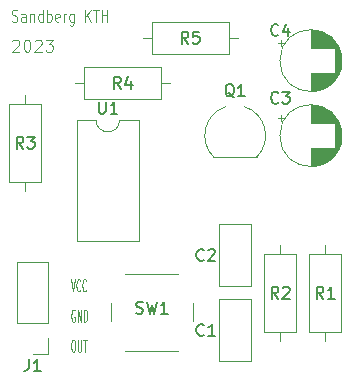
<source format=gbr>
%TF.GenerationSoftware,KiCad,Pcbnew,7.0.1-0*%
%TF.CreationDate,2023-04-05T17:24:46+02:00*%
%TF.ProjectId,_autosave-wind_down_timer,5f617574-6f73-4617-9665-2d77696e645f,rev?*%
%TF.SameCoordinates,Original*%
%TF.FileFunction,Legend,Top*%
%TF.FilePolarity,Positive*%
%FSLAX46Y46*%
G04 Gerber Fmt 4.6, Leading zero omitted, Abs format (unit mm)*
G04 Created by KiCad (PCBNEW 7.0.1-0) date 2023-04-05 17:24:46*
%MOMM*%
%LPD*%
G01*
G04 APERTURE LIST*
%ADD10C,0.100000*%
%ADD11C,0.150000*%
%ADD12C,0.120000*%
G04 APERTURE END LIST*
D10*
X96710476Y-80252857D02*
X96758095Y-80205238D01*
X96758095Y-80205238D02*
X96853333Y-80157619D01*
X96853333Y-80157619D02*
X97091428Y-80157619D01*
X97091428Y-80157619D02*
X97186666Y-80205238D01*
X97186666Y-80205238D02*
X97234285Y-80252857D01*
X97234285Y-80252857D02*
X97281904Y-80348095D01*
X97281904Y-80348095D02*
X97281904Y-80443333D01*
X97281904Y-80443333D02*
X97234285Y-80586190D01*
X97234285Y-80586190D02*
X96662857Y-81157619D01*
X96662857Y-81157619D02*
X97281904Y-81157619D01*
X97900952Y-80157619D02*
X97996190Y-80157619D01*
X97996190Y-80157619D02*
X98091428Y-80205238D01*
X98091428Y-80205238D02*
X98139047Y-80252857D01*
X98139047Y-80252857D02*
X98186666Y-80348095D01*
X98186666Y-80348095D02*
X98234285Y-80538571D01*
X98234285Y-80538571D02*
X98234285Y-80776666D01*
X98234285Y-80776666D02*
X98186666Y-80967142D01*
X98186666Y-80967142D02*
X98139047Y-81062380D01*
X98139047Y-81062380D02*
X98091428Y-81110000D01*
X98091428Y-81110000D02*
X97996190Y-81157619D01*
X97996190Y-81157619D02*
X97900952Y-81157619D01*
X97900952Y-81157619D02*
X97805714Y-81110000D01*
X97805714Y-81110000D02*
X97758095Y-81062380D01*
X97758095Y-81062380D02*
X97710476Y-80967142D01*
X97710476Y-80967142D02*
X97662857Y-80776666D01*
X97662857Y-80776666D02*
X97662857Y-80538571D01*
X97662857Y-80538571D02*
X97710476Y-80348095D01*
X97710476Y-80348095D02*
X97758095Y-80252857D01*
X97758095Y-80252857D02*
X97805714Y-80205238D01*
X97805714Y-80205238D02*
X97900952Y-80157619D01*
X98615238Y-80252857D02*
X98662857Y-80205238D01*
X98662857Y-80205238D02*
X98758095Y-80157619D01*
X98758095Y-80157619D02*
X98996190Y-80157619D01*
X98996190Y-80157619D02*
X99091428Y-80205238D01*
X99091428Y-80205238D02*
X99139047Y-80252857D01*
X99139047Y-80252857D02*
X99186666Y-80348095D01*
X99186666Y-80348095D02*
X99186666Y-80443333D01*
X99186666Y-80443333D02*
X99139047Y-80586190D01*
X99139047Y-80586190D02*
X98567619Y-81157619D01*
X98567619Y-81157619D02*
X99186666Y-81157619D01*
X99520000Y-80157619D02*
X100139047Y-80157619D01*
X100139047Y-80157619D02*
X99805714Y-80538571D01*
X99805714Y-80538571D02*
X99948571Y-80538571D01*
X99948571Y-80538571D02*
X100043809Y-80586190D01*
X100043809Y-80586190D02*
X100091428Y-80633809D01*
X100091428Y-80633809D02*
X100139047Y-80729047D01*
X100139047Y-80729047D02*
X100139047Y-80967142D01*
X100139047Y-80967142D02*
X100091428Y-81062380D01*
X100091428Y-81062380D02*
X100043809Y-81110000D01*
X100043809Y-81110000D02*
X99948571Y-81157619D01*
X99948571Y-81157619D02*
X99662857Y-81157619D01*
X99662857Y-81157619D02*
X99567619Y-81110000D01*
X99567619Y-81110000D02*
X99520000Y-81062380D01*
X101814285Y-105557619D02*
X101909523Y-105557619D01*
X101909523Y-105557619D02*
X101957142Y-105605238D01*
X101957142Y-105605238D02*
X102004761Y-105700476D01*
X102004761Y-105700476D02*
X102028571Y-105890952D01*
X102028571Y-105890952D02*
X102028571Y-106224285D01*
X102028571Y-106224285D02*
X102004761Y-106414761D01*
X102004761Y-106414761D02*
X101957142Y-106510000D01*
X101957142Y-106510000D02*
X101909523Y-106557619D01*
X101909523Y-106557619D02*
X101814285Y-106557619D01*
X101814285Y-106557619D02*
X101766666Y-106510000D01*
X101766666Y-106510000D02*
X101719047Y-106414761D01*
X101719047Y-106414761D02*
X101695238Y-106224285D01*
X101695238Y-106224285D02*
X101695238Y-105890952D01*
X101695238Y-105890952D02*
X101719047Y-105700476D01*
X101719047Y-105700476D02*
X101766666Y-105605238D01*
X101766666Y-105605238D02*
X101814285Y-105557619D01*
X102242857Y-105557619D02*
X102242857Y-106367142D01*
X102242857Y-106367142D02*
X102266667Y-106462380D01*
X102266667Y-106462380D02*
X102290476Y-106510000D01*
X102290476Y-106510000D02*
X102338095Y-106557619D01*
X102338095Y-106557619D02*
X102433333Y-106557619D01*
X102433333Y-106557619D02*
X102480952Y-106510000D01*
X102480952Y-106510000D02*
X102504762Y-106462380D01*
X102504762Y-106462380D02*
X102528571Y-106367142D01*
X102528571Y-106367142D02*
X102528571Y-105557619D01*
X102695239Y-105557619D02*
X102980953Y-105557619D01*
X102838096Y-106557619D02*
X102838096Y-105557619D01*
X101647619Y-100447619D02*
X101814285Y-101447619D01*
X101814285Y-101447619D02*
X101980952Y-100447619D01*
X102433332Y-101352380D02*
X102409523Y-101400000D01*
X102409523Y-101400000D02*
X102338094Y-101447619D01*
X102338094Y-101447619D02*
X102290475Y-101447619D01*
X102290475Y-101447619D02*
X102219047Y-101400000D01*
X102219047Y-101400000D02*
X102171428Y-101304761D01*
X102171428Y-101304761D02*
X102147618Y-101209523D01*
X102147618Y-101209523D02*
X102123809Y-101019047D01*
X102123809Y-101019047D02*
X102123809Y-100876190D01*
X102123809Y-100876190D02*
X102147618Y-100685714D01*
X102147618Y-100685714D02*
X102171428Y-100590476D01*
X102171428Y-100590476D02*
X102219047Y-100495238D01*
X102219047Y-100495238D02*
X102290475Y-100447619D01*
X102290475Y-100447619D02*
X102338094Y-100447619D01*
X102338094Y-100447619D02*
X102409523Y-100495238D01*
X102409523Y-100495238D02*
X102433332Y-100542857D01*
X102933332Y-101352380D02*
X102909523Y-101400000D01*
X102909523Y-101400000D02*
X102838094Y-101447619D01*
X102838094Y-101447619D02*
X102790475Y-101447619D01*
X102790475Y-101447619D02*
X102719047Y-101400000D01*
X102719047Y-101400000D02*
X102671428Y-101304761D01*
X102671428Y-101304761D02*
X102647618Y-101209523D01*
X102647618Y-101209523D02*
X102623809Y-101019047D01*
X102623809Y-101019047D02*
X102623809Y-100876190D01*
X102623809Y-100876190D02*
X102647618Y-100685714D01*
X102647618Y-100685714D02*
X102671428Y-100590476D01*
X102671428Y-100590476D02*
X102719047Y-100495238D01*
X102719047Y-100495238D02*
X102790475Y-100447619D01*
X102790475Y-100447619D02*
X102838094Y-100447619D01*
X102838094Y-100447619D02*
X102909523Y-100495238D01*
X102909523Y-100495238D02*
X102933332Y-100542857D01*
X101980952Y-103065238D02*
X101933333Y-103017619D01*
X101933333Y-103017619D02*
X101861904Y-103017619D01*
X101861904Y-103017619D02*
X101790476Y-103065238D01*
X101790476Y-103065238D02*
X101742857Y-103160476D01*
X101742857Y-103160476D02*
X101719047Y-103255714D01*
X101719047Y-103255714D02*
X101695238Y-103446190D01*
X101695238Y-103446190D02*
X101695238Y-103589047D01*
X101695238Y-103589047D02*
X101719047Y-103779523D01*
X101719047Y-103779523D02*
X101742857Y-103874761D01*
X101742857Y-103874761D02*
X101790476Y-103970000D01*
X101790476Y-103970000D02*
X101861904Y-104017619D01*
X101861904Y-104017619D02*
X101909523Y-104017619D01*
X101909523Y-104017619D02*
X101980952Y-103970000D01*
X101980952Y-103970000D02*
X102004761Y-103922380D01*
X102004761Y-103922380D02*
X102004761Y-103589047D01*
X102004761Y-103589047D02*
X101909523Y-103589047D01*
X102219047Y-104017619D02*
X102219047Y-103017619D01*
X102219047Y-103017619D02*
X102504761Y-104017619D01*
X102504761Y-104017619D02*
X102504761Y-103017619D01*
X102742857Y-104017619D02*
X102742857Y-103017619D01*
X102742857Y-103017619D02*
X102861905Y-103017619D01*
X102861905Y-103017619D02*
X102933333Y-103065238D01*
X102933333Y-103065238D02*
X102980952Y-103160476D01*
X102980952Y-103160476D02*
X103004762Y-103255714D01*
X103004762Y-103255714D02*
X103028571Y-103446190D01*
X103028571Y-103446190D02*
X103028571Y-103589047D01*
X103028571Y-103589047D02*
X103004762Y-103779523D01*
X103004762Y-103779523D02*
X102980952Y-103874761D01*
X102980952Y-103874761D02*
X102933333Y-103970000D01*
X102933333Y-103970000D02*
X102861905Y-104017619D01*
X102861905Y-104017619D02*
X102742857Y-104017619D01*
X96672380Y-78570000D02*
X96786666Y-78617619D01*
X96786666Y-78617619D02*
X96977142Y-78617619D01*
X96977142Y-78617619D02*
X97053333Y-78570000D01*
X97053333Y-78570000D02*
X97091428Y-78522380D01*
X97091428Y-78522380D02*
X97129523Y-78427142D01*
X97129523Y-78427142D02*
X97129523Y-78331904D01*
X97129523Y-78331904D02*
X97091428Y-78236666D01*
X97091428Y-78236666D02*
X97053333Y-78189047D01*
X97053333Y-78189047D02*
X96977142Y-78141428D01*
X96977142Y-78141428D02*
X96824761Y-78093809D01*
X96824761Y-78093809D02*
X96748571Y-78046190D01*
X96748571Y-78046190D02*
X96710476Y-77998571D01*
X96710476Y-77998571D02*
X96672380Y-77903333D01*
X96672380Y-77903333D02*
X96672380Y-77808095D01*
X96672380Y-77808095D02*
X96710476Y-77712857D01*
X96710476Y-77712857D02*
X96748571Y-77665238D01*
X96748571Y-77665238D02*
X96824761Y-77617619D01*
X96824761Y-77617619D02*
X97015238Y-77617619D01*
X97015238Y-77617619D02*
X97129523Y-77665238D01*
X97815238Y-78617619D02*
X97815238Y-78093809D01*
X97815238Y-78093809D02*
X97777143Y-77998571D01*
X97777143Y-77998571D02*
X97700952Y-77950952D01*
X97700952Y-77950952D02*
X97548571Y-77950952D01*
X97548571Y-77950952D02*
X97472381Y-77998571D01*
X97815238Y-78570000D02*
X97739047Y-78617619D01*
X97739047Y-78617619D02*
X97548571Y-78617619D01*
X97548571Y-78617619D02*
X97472381Y-78570000D01*
X97472381Y-78570000D02*
X97434285Y-78474761D01*
X97434285Y-78474761D02*
X97434285Y-78379523D01*
X97434285Y-78379523D02*
X97472381Y-78284285D01*
X97472381Y-78284285D02*
X97548571Y-78236666D01*
X97548571Y-78236666D02*
X97739047Y-78236666D01*
X97739047Y-78236666D02*
X97815238Y-78189047D01*
X98196191Y-77950952D02*
X98196191Y-78617619D01*
X98196191Y-78046190D02*
X98234286Y-77998571D01*
X98234286Y-77998571D02*
X98310476Y-77950952D01*
X98310476Y-77950952D02*
X98424762Y-77950952D01*
X98424762Y-77950952D02*
X98500953Y-77998571D01*
X98500953Y-77998571D02*
X98539048Y-78093809D01*
X98539048Y-78093809D02*
X98539048Y-78617619D01*
X99262858Y-78617619D02*
X99262858Y-77617619D01*
X99262858Y-78570000D02*
X99186667Y-78617619D01*
X99186667Y-78617619D02*
X99034286Y-78617619D01*
X99034286Y-78617619D02*
X98958096Y-78570000D01*
X98958096Y-78570000D02*
X98920001Y-78522380D01*
X98920001Y-78522380D02*
X98881905Y-78427142D01*
X98881905Y-78427142D02*
X98881905Y-78141428D01*
X98881905Y-78141428D02*
X98920001Y-78046190D01*
X98920001Y-78046190D02*
X98958096Y-77998571D01*
X98958096Y-77998571D02*
X99034286Y-77950952D01*
X99034286Y-77950952D02*
X99186667Y-77950952D01*
X99186667Y-77950952D02*
X99262858Y-77998571D01*
X99643811Y-78617619D02*
X99643811Y-77617619D01*
X99643811Y-77998571D02*
X99720001Y-77950952D01*
X99720001Y-77950952D02*
X99872382Y-77950952D01*
X99872382Y-77950952D02*
X99948573Y-77998571D01*
X99948573Y-77998571D02*
X99986668Y-78046190D01*
X99986668Y-78046190D02*
X100024763Y-78141428D01*
X100024763Y-78141428D02*
X100024763Y-78427142D01*
X100024763Y-78427142D02*
X99986668Y-78522380D01*
X99986668Y-78522380D02*
X99948573Y-78570000D01*
X99948573Y-78570000D02*
X99872382Y-78617619D01*
X99872382Y-78617619D02*
X99720001Y-78617619D01*
X99720001Y-78617619D02*
X99643811Y-78570000D01*
X100672383Y-78570000D02*
X100596192Y-78617619D01*
X100596192Y-78617619D02*
X100443811Y-78617619D01*
X100443811Y-78617619D02*
X100367621Y-78570000D01*
X100367621Y-78570000D02*
X100329525Y-78474761D01*
X100329525Y-78474761D02*
X100329525Y-78093809D01*
X100329525Y-78093809D02*
X100367621Y-77998571D01*
X100367621Y-77998571D02*
X100443811Y-77950952D01*
X100443811Y-77950952D02*
X100596192Y-77950952D01*
X100596192Y-77950952D02*
X100672383Y-77998571D01*
X100672383Y-77998571D02*
X100710478Y-78093809D01*
X100710478Y-78093809D02*
X100710478Y-78189047D01*
X100710478Y-78189047D02*
X100329525Y-78284285D01*
X101053335Y-78617619D02*
X101053335Y-77950952D01*
X101053335Y-78141428D02*
X101091430Y-78046190D01*
X101091430Y-78046190D02*
X101129525Y-77998571D01*
X101129525Y-77998571D02*
X101205716Y-77950952D01*
X101205716Y-77950952D02*
X101281906Y-77950952D01*
X101891430Y-77950952D02*
X101891430Y-78760476D01*
X101891430Y-78760476D02*
X101853335Y-78855714D01*
X101853335Y-78855714D02*
X101815239Y-78903333D01*
X101815239Y-78903333D02*
X101739049Y-78950952D01*
X101739049Y-78950952D02*
X101624763Y-78950952D01*
X101624763Y-78950952D02*
X101548573Y-78903333D01*
X101891430Y-78570000D02*
X101815239Y-78617619D01*
X101815239Y-78617619D02*
X101662858Y-78617619D01*
X101662858Y-78617619D02*
X101586668Y-78570000D01*
X101586668Y-78570000D02*
X101548573Y-78522380D01*
X101548573Y-78522380D02*
X101510477Y-78427142D01*
X101510477Y-78427142D02*
X101510477Y-78141428D01*
X101510477Y-78141428D02*
X101548573Y-78046190D01*
X101548573Y-78046190D02*
X101586668Y-77998571D01*
X101586668Y-77998571D02*
X101662858Y-77950952D01*
X101662858Y-77950952D02*
X101815239Y-77950952D01*
X101815239Y-77950952D02*
X101891430Y-77998571D01*
X102881907Y-78617619D02*
X102881907Y-77617619D01*
X103339050Y-78617619D02*
X102996192Y-78046190D01*
X103339050Y-77617619D02*
X102881907Y-78189047D01*
X103567621Y-77617619D02*
X104024764Y-77617619D01*
X103796192Y-78617619D02*
X103796192Y-77617619D01*
X104291431Y-78617619D02*
X104291431Y-77617619D01*
X104291431Y-78093809D02*
X104748574Y-78093809D01*
X104748574Y-78617619D02*
X104748574Y-77617619D01*
D11*
%TO.C,R5*%
X111593333Y-80472619D02*
X111260000Y-79996428D01*
X111021905Y-80472619D02*
X111021905Y-79472619D01*
X111021905Y-79472619D02*
X111402857Y-79472619D01*
X111402857Y-79472619D02*
X111498095Y-79520238D01*
X111498095Y-79520238D02*
X111545714Y-79567857D01*
X111545714Y-79567857D02*
X111593333Y-79663095D01*
X111593333Y-79663095D02*
X111593333Y-79805952D01*
X111593333Y-79805952D02*
X111545714Y-79901190D01*
X111545714Y-79901190D02*
X111498095Y-79948809D01*
X111498095Y-79948809D02*
X111402857Y-79996428D01*
X111402857Y-79996428D02*
X111021905Y-79996428D01*
X112498095Y-79472619D02*
X112021905Y-79472619D01*
X112021905Y-79472619D02*
X111974286Y-79948809D01*
X111974286Y-79948809D02*
X112021905Y-79901190D01*
X112021905Y-79901190D02*
X112117143Y-79853571D01*
X112117143Y-79853571D02*
X112355238Y-79853571D01*
X112355238Y-79853571D02*
X112450476Y-79901190D01*
X112450476Y-79901190D02*
X112498095Y-79948809D01*
X112498095Y-79948809D02*
X112545714Y-80044047D01*
X112545714Y-80044047D02*
X112545714Y-80282142D01*
X112545714Y-80282142D02*
X112498095Y-80377380D01*
X112498095Y-80377380D02*
X112450476Y-80425000D01*
X112450476Y-80425000D02*
X112355238Y-80472619D01*
X112355238Y-80472619D02*
X112117143Y-80472619D01*
X112117143Y-80472619D02*
X112021905Y-80425000D01*
X112021905Y-80425000D02*
X111974286Y-80377380D01*
%TO.C,R2*%
X119213333Y-102062619D02*
X118880000Y-101586428D01*
X118641905Y-102062619D02*
X118641905Y-101062619D01*
X118641905Y-101062619D02*
X119022857Y-101062619D01*
X119022857Y-101062619D02*
X119118095Y-101110238D01*
X119118095Y-101110238D02*
X119165714Y-101157857D01*
X119165714Y-101157857D02*
X119213333Y-101253095D01*
X119213333Y-101253095D02*
X119213333Y-101395952D01*
X119213333Y-101395952D02*
X119165714Y-101491190D01*
X119165714Y-101491190D02*
X119118095Y-101538809D01*
X119118095Y-101538809D02*
X119022857Y-101586428D01*
X119022857Y-101586428D02*
X118641905Y-101586428D01*
X119594286Y-101157857D02*
X119641905Y-101110238D01*
X119641905Y-101110238D02*
X119737143Y-101062619D01*
X119737143Y-101062619D02*
X119975238Y-101062619D01*
X119975238Y-101062619D02*
X120070476Y-101110238D01*
X120070476Y-101110238D02*
X120118095Y-101157857D01*
X120118095Y-101157857D02*
X120165714Y-101253095D01*
X120165714Y-101253095D02*
X120165714Y-101348333D01*
X120165714Y-101348333D02*
X120118095Y-101491190D01*
X120118095Y-101491190D02*
X119546667Y-102062619D01*
X119546667Y-102062619D02*
X120165714Y-102062619D01*
%TO.C,C4*%
X119213333Y-79742380D02*
X119165714Y-79790000D01*
X119165714Y-79790000D02*
X119022857Y-79837619D01*
X119022857Y-79837619D02*
X118927619Y-79837619D01*
X118927619Y-79837619D02*
X118784762Y-79790000D01*
X118784762Y-79790000D02*
X118689524Y-79694761D01*
X118689524Y-79694761D02*
X118641905Y-79599523D01*
X118641905Y-79599523D02*
X118594286Y-79409047D01*
X118594286Y-79409047D02*
X118594286Y-79266190D01*
X118594286Y-79266190D02*
X118641905Y-79075714D01*
X118641905Y-79075714D02*
X118689524Y-78980476D01*
X118689524Y-78980476D02*
X118784762Y-78885238D01*
X118784762Y-78885238D02*
X118927619Y-78837619D01*
X118927619Y-78837619D02*
X119022857Y-78837619D01*
X119022857Y-78837619D02*
X119165714Y-78885238D01*
X119165714Y-78885238D02*
X119213333Y-78932857D01*
X120070476Y-79170952D02*
X120070476Y-79837619D01*
X119832381Y-78790000D02*
X119594286Y-79504285D01*
X119594286Y-79504285D02*
X120213333Y-79504285D01*
%TO.C,R3*%
X97623333Y-89362619D02*
X97290000Y-88886428D01*
X97051905Y-89362619D02*
X97051905Y-88362619D01*
X97051905Y-88362619D02*
X97432857Y-88362619D01*
X97432857Y-88362619D02*
X97528095Y-88410238D01*
X97528095Y-88410238D02*
X97575714Y-88457857D01*
X97575714Y-88457857D02*
X97623333Y-88553095D01*
X97623333Y-88553095D02*
X97623333Y-88695952D01*
X97623333Y-88695952D02*
X97575714Y-88791190D01*
X97575714Y-88791190D02*
X97528095Y-88838809D01*
X97528095Y-88838809D02*
X97432857Y-88886428D01*
X97432857Y-88886428D02*
X97051905Y-88886428D01*
X97956667Y-88362619D02*
X98575714Y-88362619D01*
X98575714Y-88362619D02*
X98242381Y-88743571D01*
X98242381Y-88743571D02*
X98385238Y-88743571D01*
X98385238Y-88743571D02*
X98480476Y-88791190D01*
X98480476Y-88791190D02*
X98528095Y-88838809D01*
X98528095Y-88838809D02*
X98575714Y-88934047D01*
X98575714Y-88934047D02*
X98575714Y-89172142D01*
X98575714Y-89172142D02*
X98528095Y-89267380D01*
X98528095Y-89267380D02*
X98480476Y-89315000D01*
X98480476Y-89315000D02*
X98385238Y-89362619D01*
X98385238Y-89362619D02*
X98099524Y-89362619D01*
X98099524Y-89362619D02*
X98004286Y-89315000D01*
X98004286Y-89315000D02*
X97956667Y-89267380D01*
%TO.C,C1*%
X112903333Y-105122380D02*
X112855714Y-105170000D01*
X112855714Y-105170000D02*
X112712857Y-105217619D01*
X112712857Y-105217619D02*
X112617619Y-105217619D01*
X112617619Y-105217619D02*
X112474762Y-105170000D01*
X112474762Y-105170000D02*
X112379524Y-105074761D01*
X112379524Y-105074761D02*
X112331905Y-104979523D01*
X112331905Y-104979523D02*
X112284286Y-104789047D01*
X112284286Y-104789047D02*
X112284286Y-104646190D01*
X112284286Y-104646190D02*
X112331905Y-104455714D01*
X112331905Y-104455714D02*
X112379524Y-104360476D01*
X112379524Y-104360476D02*
X112474762Y-104265238D01*
X112474762Y-104265238D02*
X112617619Y-104217619D01*
X112617619Y-104217619D02*
X112712857Y-104217619D01*
X112712857Y-104217619D02*
X112855714Y-104265238D01*
X112855714Y-104265238D02*
X112903333Y-104312857D01*
X113855714Y-105217619D02*
X113284286Y-105217619D01*
X113570000Y-105217619D02*
X113570000Y-104217619D01*
X113570000Y-104217619D02*
X113474762Y-104360476D01*
X113474762Y-104360476D02*
X113379524Y-104455714D01*
X113379524Y-104455714D02*
X113284286Y-104503333D01*
%TO.C,C3*%
X119213333Y-85457380D02*
X119165714Y-85505000D01*
X119165714Y-85505000D02*
X119022857Y-85552619D01*
X119022857Y-85552619D02*
X118927619Y-85552619D01*
X118927619Y-85552619D02*
X118784762Y-85505000D01*
X118784762Y-85505000D02*
X118689524Y-85409761D01*
X118689524Y-85409761D02*
X118641905Y-85314523D01*
X118641905Y-85314523D02*
X118594286Y-85124047D01*
X118594286Y-85124047D02*
X118594286Y-84981190D01*
X118594286Y-84981190D02*
X118641905Y-84790714D01*
X118641905Y-84790714D02*
X118689524Y-84695476D01*
X118689524Y-84695476D02*
X118784762Y-84600238D01*
X118784762Y-84600238D02*
X118927619Y-84552619D01*
X118927619Y-84552619D02*
X119022857Y-84552619D01*
X119022857Y-84552619D02*
X119165714Y-84600238D01*
X119165714Y-84600238D02*
X119213333Y-84647857D01*
X119546667Y-84552619D02*
X120165714Y-84552619D01*
X120165714Y-84552619D02*
X119832381Y-84933571D01*
X119832381Y-84933571D02*
X119975238Y-84933571D01*
X119975238Y-84933571D02*
X120070476Y-84981190D01*
X120070476Y-84981190D02*
X120118095Y-85028809D01*
X120118095Y-85028809D02*
X120165714Y-85124047D01*
X120165714Y-85124047D02*
X120165714Y-85362142D01*
X120165714Y-85362142D02*
X120118095Y-85457380D01*
X120118095Y-85457380D02*
X120070476Y-85505000D01*
X120070476Y-85505000D02*
X119975238Y-85552619D01*
X119975238Y-85552619D02*
X119689524Y-85552619D01*
X119689524Y-85552619D02*
X119594286Y-85505000D01*
X119594286Y-85505000D02*
X119546667Y-85457380D01*
%TO.C,R4*%
X105878333Y-84282619D02*
X105545000Y-83806428D01*
X105306905Y-84282619D02*
X105306905Y-83282619D01*
X105306905Y-83282619D02*
X105687857Y-83282619D01*
X105687857Y-83282619D02*
X105783095Y-83330238D01*
X105783095Y-83330238D02*
X105830714Y-83377857D01*
X105830714Y-83377857D02*
X105878333Y-83473095D01*
X105878333Y-83473095D02*
X105878333Y-83615952D01*
X105878333Y-83615952D02*
X105830714Y-83711190D01*
X105830714Y-83711190D02*
X105783095Y-83758809D01*
X105783095Y-83758809D02*
X105687857Y-83806428D01*
X105687857Y-83806428D02*
X105306905Y-83806428D01*
X106735476Y-83615952D02*
X106735476Y-84282619D01*
X106497381Y-83235000D02*
X106259286Y-83949285D01*
X106259286Y-83949285D02*
X106878333Y-83949285D01*
%TO.C,R1*%
X123023333Y-102062619D02*
X122690000Y-101586428D01*
X122451905Y-102062619D02*
X122451905Y-101062619D01*
X122451905Y-101062619D02*
X122832857Y-101062619D01*
X122832857Y-101062619D02*
X122928095Y-101110238D01*
X122928095Y-101110238D02*
X122975714Y-101157857D01*
X122975714Y-101157857D02*
X123023333Y-101253095D01*
X123023333Y-101253095D02*
X123023333Y-101395952D01*
X123023333Y-101395952D02*
X122975714Y-101491190D01*
X122975714Y-101491190D02*
X122928095Y-101538809D01*
X122928095Y-101538809D02*
X122832857Y-101586428D01*
X122832857Y-101586428D02*
X122451905Y-101586428D01*
X123975714Y-102062619D02*
X123404286Y-102062619D01*
X123690000Y-102062619D02*
X123690000Y-101062619D01*
X123690000Y-101062619D02*
X123594762Y-101205476D01*
X123594762Y-101205476D02*
X123499524Y-101300714D01*
X123499524Y-101300714D02*
X123404286Y-101348333D01*
%TO.C,Q1*%
X115474761Y-85022857D02*
X115379523Y-84975238D01*
X115379523Y-84975238D02*
X115284285Y-84880000D01*
X115284285Y-84880000D02*
X115141428Y-84737142D01*
X115141428Y-84737142D02*
X115046190Y-84689523D01*
X115046190Y-84689523D02*
X114950952Y-84689523D01*
X114998571Y-84927619D02*
X114903333Y-84880000D01*
X114903333Y-84880000D02*
X114808095Y-84784761D01*
X114808095Y-84784761D02*
X114760476Y-84594285D01*
X114760476Y-84594285D02*
X114760476Y-84260952D01*
X114760476Y-84260952D02*
X114808095Y-84070476D01*
X114808095Y-84070476D02*
X114903333Y-83975238D01*
X114903333Y-83975238D02*
X114998571Y-83927619D01*
X114998571Y-83927619D02*
X115189047Y-83927619D01*
X115189047Y-83927619D02*
X115284285Y-83975238D01*
X115284285Y-83975238D02*
X115379523Y-84070476D01*
X115379523Y-84070476D02*
X115427142Y-84260952D01*
X115427142Y-84260952D02*
X115427142Y-84594285D01*
X115427142Y-84594285D02*
X115379523Y-84784761D01*
X115379523Y-84784761D02*
X115284285Y-84880000D01*
X115284285Y-84880000D02*
X115189047Y-84927619D01*
X115189047Y-84927619D02*
X114998571Y-84927619D01*
X116379523Y-84927619D02*
X115808095Y-84927619D01*
X116093809Y-84927619D02*
X116093809Y-83927619D01*
X116093809Y-83927619D02*
X115998571Y-84070476D01*
X115998571Y-84070476D02*
X115903333Y-84165714D01*
X115903333Y-84165714D02*
X115808095Y-84213333D01*
%TO.C,SW1*%
X107176667Y-103285000D02*
X107319524Y-103332619D01*
X107319524Y-103332619D02*
X107557619Y-103332619D01*
X107557619Y-103332619D02*
X107652857Y-103285000D01*
X107652857Y-103285000D02*
X107700476Y-103237380D01*
X107700476Y-103237380D02*
X107748095Y-103142142D01*
X107748095Y-103142142D02*
X107748095Y-103046904D01*
X107748095Y-103046904D02*
X107700476Y-102951666D01*
X107700476Y-102951666D02*
X107652857Y-102904047D01*
X107652857Y-102904047D02*
X107557619Y-102856428D01*
X107557619Y-102856428D02*
X107367143Y-102808809D01*
X107367143Y-102808809D02*
X107271905Y-102761190D01*
X107271905Y-102761190D02*
X107224286Y-102713571D01*
X107224286Y-102713571D02*
X107176667Y-102618333D01*
X107176667Y-102618333D02*
X107176667Y-102523095D01*
X107176667Y-102523095D02*
X107224286Y-102427857D01*
X107224286Y-102427857D02*
X107271905Y-102380238D01*
X107271905Y-102380238D02*
X107367143Y-102332619D01*
X107367143Y-102332619D02*
X107605238Y-102332619D01*
X107605238Y-102332619D02*
X107748095Y-102380238D01*
X108081429Y-102332619D02*
X108319524Y-103332619D01*
X108319524Y-103332619D02*
X108510000Y-102618333D01*
X108510000Y-102618333D02*
X108700476Y-103332619D01*
X108700476Y-103332619D02*
X108938572Y-102332619D01*
X109843333Y-103332619D02*
X109271905Y-103332619D01*
X109557619Y-103332619D02*
X109557619Y-102332619D01*
X109557619Y-102332619D02*
X109462381Y-102475476D01*
X109462381Y-102475476D02*
X109367143Y-102570714D01*
X109367143Y-102570714D02*
X109271905Y-102618333D01*
%TO.C,J1*%
X98091666Y-107202619D02*
X98091666Y-107916904D01*
X98091666Y-107916904D02*
X98044047Y-108059761D01*
X98044047Y-108059761D02*
X97948809Y-108155000D01*
X97948809Y-108155000D02*
X97805952Y-108202619D01*
X97805952Y-108202619D02*
X97710714Y-108202619D01*
X99091666Y-108202619D02*
X98520238Y-108202619D01*
X98805952Y-108202619D02*
X98805952Y-107202619D01*
X98805952Y-107202619D02*
X98710714Y-107345476D01*
X98710714Y-107345476D02*
X98615476Y-107440714D01*
X98615476Y-107440714D02*
X98520238Y-107488333D01*
%TO.C,C2*%
X112903333Y-98772380D02*
X112855714Y-98820000D01*
X112855714Y-98820000D02*
X112712857Y-98867619D01*
X112712857Y-98867619D02*
X112617619Y-98867619D01*
X112617619Y-98867619D02*
X112474762Y-98820000D01*
X112474762Y-98820000D02*
X112379524Y-98724761D01*
X112379524Y-98724761D02*
X112331905Y-98629523D01*
X112331905Y-98629523D02*
X112284286Y-98439047D01*
X112284286Y-98439047D02*
X112284286Y-98296190D01*
X112284286Y-98296190D02*
X112331905Y-98105714D01*
X112331905Y-98105714D02*
X112379524Y-98010476D01*
X112379524Y-98010476D02*
X112474762Y-97915238D01*
X112474762Y-97915238D02*
X112617619Y-97867619D01*
X112617619Y-97867619D02*
X112712857Y-97867619D01*
X112712857Y-97867619D02*
X112855714Y-97915238D01*
X112855714Y-97915238D02*
X112903333Y-97962857D01*
X113284286Y-97962857D02*
X113331905Y-97915238D01*
X113331905Y-97915238D02*
X113427143Y-97867619D01*
X113427143Y-97867619D02*
X113665238Y-97867619D01*
X113665238Y-97867619D02*
X113760476Y-97915238D01*
X113760476Y-97915238D02*
X113808095Y-97962857D01*
X113808095Y-97962857D02*
X113855714Y-98058095D01*
X113855714Y-98058095D02*
X113855714Y-98153333D01*
X113855714Y-98153333D02*
X113808095Y-98296190D01*
X113808095Y-98296190D02*
X113236667Y-98867619D01*
X113236667Y-98867619D02*
X113855714Y-98867619D01*
%TO.C,U1*%
X104023095Y-85407619D02*
X104023095Y-86217142D01*
X104023095Y-86217142D02*
X104070714Y-86312380D01*
X104070714Y-86312380D02*
X104118333Y-86360000D01*
X104118333Y-86360000D02*
X104213571Y-86407619D01*
X104213571Y-86407619D02*
X104404047Y-86407619D01*
X104404047Y-86407619D02*
X104499285Y-86360000D01*
X104499285Y-86360000D02*
X104546904Y-86312380D01*
X104546904Y-86312380D02*
X104594523Y-86217142D01*
X104594523Y-86217142D02*
X104594523Y-85407619D01*
X105594523Y-86407619D02*
X105023095Y-86407619D01*
X105308809Y-86407619D02*
X105308809Y-85407619D01*
X105308809Y-85407619D02*
X105213571Y-85550476D01*
X105213571Y-85550476D02*
X105118333Y-85645714D01*
X105118333Y-85645714D02*
X105023095Y-85693333D01*
D12*
%TO.C,R5*%
X107720000Y-80010000D02*
X108490000Y-80010000D01*
X108490000Y-78640000D02*
X108490000Y-81380000D01*
X108490000Y-81380000D02*
X115030000Y-81380000D01*
X115030000Y-78640000D02*
X108490000Y-78640000D01*
X115030000Y-81380000D02*
X115030000Y-78640000D01*
X115800000Y-80010000D02*
X115030000Y-80010000D01*
%TO.C,R2*%
X119380000Y-105640000D02*
X119380000Y-104870000D01*
X118010000Y-104870000D02*
X120750000Y-104870000D01*
X120750000Y-104870000D02*
X120750000Y-98330000D01*
X118010000Y-98330000D02*
X118010000Y-104870000D01*
X120750000Y-98330000D02*
X118010000Y-98330000D01*
X119380000Y-97560000D02*
X119380000Y-98330000D01*
%TO.C,C4*%
X119160113Y-80440000D02*
X119660113Y-80440000D01*
X119410113Y-80190000D02*
X119410113Y-80690000D01*
X121964888Y-79335000D02*
X121964888Y-80875000D01*
X121964888Y-82955000D02*
X121964888Y-84495000D01*
X122004888Y-79335000D02*
X122004888Y-80875000D01*
X122004888Y-82955000D02*
X122004888Y-84495000D01*
X122044888Y-79336000D02*
X122044888Y-80875000D01*
X122044888Y-82955000D02*
X122044888Y-84494000D01*
X122084888Y-79337000D02*
X122084888Y-80875000D01*
X122084888Y-82955000D02*
X122084888Y-84493000D01*
X122124888Y-79339000D02*
X122124888Y-80875000D01*
X122124888Y-82955000D02*
X122124888Y-84491000D01*
X122164888Y-79342000D02*
X122164888Y-80875000D01*
X122164888Y-82955000D02*
X122164888Y-84488000D01*
X122204888Y-79346000D02*
X122204888Y-80875000D01*
X122204888Y-82955000D02*
X122204888Y-84484000D01*
X122244888Y-79350000D02*
X122244888Y-80875000D01*
X122244888Y-82955000D02*
X122244888Y-84480000D01*
X122284888Y-79354000D02*
X122284888Y-80875000D01*
X122284888Y-82955000D02*
X122284888Y-84476000D01*
X122324888Y-79359000D02*
X122324888Y-80875000D01*
X122324888Y-82955000D02*
X122324888Y-84471000D01*
X122364888Y-79365000D02*
X122364888Y-80875000D01*
X122364888Y-82955000D02*
X122364888Y-84465000D01*
X122404888Y-79372000D02*
X122404888Y-80875000D01*
X122404888Y-82955000D02*
X122404888Y-84458000D01*
X122444888Y-79379000D02*
X122444888Y-80875000D01*
X122444888Y-82955000D02*
X122444888Y-84451000D01*
X122484888Y-79387000D02*
X122484888Y-80875000D01*
X122484888Y-82955000D02*
X122484888Y-84443000D01*
X122524888Y-79395000D02*
X122524888Y-80875000D01*
X122524888Y-82955000D02*
X122524888Y-84435000D01*
X122564888Y-79404000D02*
X122564888Y-80875000D01*
X122564888Y-82955000D02*
X122564888Y-84426000D01*
X122604888Y-79414000D02*
X122604888Y-80875000D01*
X122604888Y-82955000D02*
X122604888Y-84416000D01*
X122644888Y-79424000D02*
X122644888Y-80875000D01*
X122644888Y-82955000D02*
X122644888Y-84406000D01*
X122685888Y-79435000D02*
X122685888Y-80875000D01*
X122685888Y-82955000D02*
X122685888Y-84395000D01*
X122725888Y-79447000D02*
X122725888Y-80875000D01*
X122725888Y-82955000D02*
X122725888Y-84383000D01*
X122765888Y-79460000D02*
X122765888Y-80875000D01*
X122765888Y-82955000D02*
X122765888Y-84370000D01*
X122805888Y-79473000D02*
X122805888Y-80875000D01*
X122805888Y-82955000D02*
X122805888Y-84357000D01*
X122845888Y-79487000D02*
X122845888Y-80875000D01*
X122845888Y-82955000D02*
X122845888Y-84343000D01*
X122885888Y-79501000D02*
X122885888Y-80875000D01*
X122885888Y-82955000D02*
X122885888Y-84329000D01*
X122925888Y-79517000D02*
X122925888Y-80875000D01*
X122925888Y-82955000D02*
X122925888Y-84313000D01*
X122965888Y-79533000D02*
X122965888Y-80875000D01*
X122965888Y-82955000D02*
X122965888Y-84297000D01*
X123005888Y-79550000D02*
X123005888Y-80875000D01*
X123005888Y-82955000D02*
X123005888Y-84280000D01*
X123045888Y-79567000D02*
X123045888Y-80875000D01*
X123045888Y-82955000D02*
X123045888Y-84263000D01*
X123085888Y-79586000D02*
X123085888Y-80875000D01*
X123085888Y-82955000D02*
X123085888Y-84244000D01*
X123125888Y-79605000D02*
X123125888Y-80875000D01*
X123125888Y-82955000D02*
X123125888Y-84225000D01*
X123165888Y-79625000D02*
X123165888Y-80875000D01*
X123165888Y-82955000D02*
X123165888Y-84205000D01*
X123205888Y-79647000D02*
X123205888Y-80875000D01*
X123205888Y-82955000D02*
X123205888Y-84183000D01*
X123245888Y-79668000D02*
X123245888Y-80875000D01*
X123245888Y-82955000D02*
X123245888Y-84162000D01*
X123285888Y-79691000D02*
X123285888Y-80875000D01*
X123285888Y-82955000D02*
X123285888Y-84139000D01*
X123325888Y-79715000D02*
X123325888Y-80875000D01*
X123325888Y-82955000D02*
X123325888Y-84115000D01*
X123365888Y-79740000D02*
X123365888Y-80875000D01*
X123365888Y-82955000D02*
X123365888Y-84090000D01*
X123405888Y-79766000D02*
X123405888Y-80875000D01*
X123405888Y-82955000D02*
X123405888Y-84064000D01*
X123445888Y-79793000D02*
X123445888Y-80875000D01*
X123445888Y-82955000D02*
X123445888Y-84037000D01*
X123485888Y-79820000D02*
X123485888Y-80875000D01*
X123485888Y-82955000D02*
X123485888Y-84010000D01*
X123525888Y-79850000D02*
X123525888Y-80875000D01*
X123525888Y-82955000D02*
X123525888Y-83980000D01*
X123565888Y-79880000D02*
X123565888Y-80875000D01*
X123565888Y-82955000D02*
X123565888Y-83950000D01*
X123605888Y-79911000D02*
X123605888Y-80875000D01*
X123605888Y-82955000D02*
X123605888Y-83919000D01*
X123645888Y-79944000D02*
X123645888Y-80875000D01*
X123645888Y-82955000D02*
X123645888Y-83886000D01*
X123685888Y-79978000D02*
X123685888Y-80875000D01*
X123685888Y-82955000D02*
X123685888Y-83852000D01*
X123725888Y-80014000D02*
X123725888Y-80875000D01*
X123725888Y-82955000D02*
X123725888Y-83816000D01*
X123765888Y-80051000D02*
X123765888Y-80875000D01*
X123765888Y-82955000D02*
X123765888Y-83779000D01*
X123805888Y-80089000D02*
X123805888Y-80875000D01*
X123805888Y-82955000D02*
X123805888Y-83741000D01*
X123845888Y-80130000D02*
X123845888Y-80875000D01*
X123845888Y-82955000D02*
X123845888Y-83700000D01*
X123885888Y-80172000D02*
X123885888Y-80875000D01*
X123885888Y-82955000D02*
X123885888Y-83658000D01*
X123925888Y-80216000D02*
X123925888Y-80875000D01*
X123925888Y-82955000D02*
X123925888Y-83614000D01*
X123965888Y-80262000D02*
X123965888Y-80875000D01*
X123965888Y-82955000D02*
X123965888Y-83568000D01*
X124005888Y-80310000D02*
X124005888Y-83520000D01*
X124045888Y-80361000D02*
X124045888Y-83469000D01*
X124085888Y-80415000D02*
X124085888Y-83415000D01*
X124125888Y-80472000D02*
X124125888Y-83358000D01*
X124165888Y-80532000D02*
X124165888Y-83298000D01*
X124205888Y-80596000D02*
X124205888Y-83234000D01*
X124245888Y-80664000D02*
X124245888Y-83166000D01*
X124285888Y-80737000D02*
X124285888Y-83093000D01*
X124325888Y-80817000D02*
X124325888Y-83013000D01*
X124365888Y-80904000D02*
X124365888Y-82926000D01*
X124405888Y-81000000D02*
X124405888Y-82830000D01*
X124445888Y-81110000D02*
X124445888Y-82720000D01*
X124485888Y-81238000D02*
X124485888Y-82592000D01*
X124525888Y-81397000D02*
X124525888Y-82433000D01*
X124565888Y-81631000D02*
X124565888Y-82199000D01*
X124584888Y-81915000D02*
G75*
G03*
X124584888Y-81915000I-2620000J0D01*
G01*
%TO.C,R3*%
X97790000Y-92940000D02*
X97790000Y-92170000D01*
X96420000Y-92170000D02*
X99160000Y-92170000D01*
X99160000Y-92170000D02*
X99160000Y-85630000D01*
X96420000Y-85630000D02*
X96420000Y-92170000D01*
X99160000Y-85630000D02*
X96420000Y-85630000D01*
X97790000Y-84860000D02*
X97790000Y-85630000D01*
%TO.C,C1*%
X114200000Y-107375000D02*
X116940000Y-107375000D01*
X114200000Y-107375000D02*
X114200000Y-102135000D01*
X116940000Y-107375000D02*
X116940000Y-102135000D01*
X114200000Y-102135000D02*
X116940000Y-102135000D01*
%TO.C,C3*%
X119160113Y-86790000D02*
X119660113Y-86790000D01*
X119410113Y-86540000D02*
X119410113Y-87040000D01*
X121964888Y-85685000D02*
X121964888Y-87225000D01*
X121964888Y-89305000D02*
X121964888Y-90845000D01*
X122004888Y-85685000D02*
X122004888Y-87225000D01*
X122004888Y-89305000D02*
X122004888Y-90845000D01*
X122044888Y-85686000D02*
X122044888Y-87225000D01*
X122044888Y-89305000D02*
X122044888Y-90844000D01*
X122084888Y-85687000D02*
X122084888Y-87225000D01*
X122084888Y-89305000D02*
X122084888Y-90843000D01*
X122124888Y-85689000D02*
X122124888Y-87225000D01*
X122124888Y-89305000D02*
X122124888Y-90841000D01*
X122164888Y-85692000D02*
X122164888Y-87225000D01*
X122164888Y-89305000D02*
X122164888Y-90838000D01*
X122204888Y-85696000D02*
X122204888Y-87225000D01*
X122204888Y-89305000D02*
X122204888Y-90834000D01*
X122244888Y-85700000D02*
X122244888Y-87225000D01*
X122244888Y-89305000D02*
X122244888Y-90830000D01*
X122284888Y-85704000D02*
X122284888Y-87225000D01*
X122284888Y-89305000D02*
X122284888Y-90826000D01*
X122324888Y-85709000D02*
X122324888Y-87225000D01*
X122324888Y-89305000D02*
X122324888Y-90821000D01*
X122364888Y-85715000D02*
X122364888Y-87225000D01*
X122364888Y-89305000D02*
X122364888Y-90815000D01*
X122404888Y-85722000D02*
X122404888Y-87225000D01*
X122404888Y-89305000D02*
X122404888Y-90808000D01*
X122444888Y-85729000D02*
X122444888Y-87225000D01*
X122444888Y-89305000D02*
X122444888Y-90801000D01*
X122484888Y-85737000D02*
X122484888Y-87225000D01*
X122484888Y-89305000D02*
X122484888Y-90793000D01*
X122524888Y-85745000D02*
X122524888Y-87225000D01*
X122524888Y-89305000D02*
X122524888Y-90785000D01*
X122564888Y-85754000D02*
X122564888Y-87225000D01*
X122564888Y-89305000D02*
X122564888Y-90776000D01*
X122604888Y-85764000D02*
X122604888Y-87225000D01*
X122604888Y-89305000D02*
X122604888Y-90766000D01*
X122644888Y-85774000D02*
X122644888Y-87225000D01*
X122644888Y-89305000D02*
X122644888Y-90756000D01*
X122685888Y-85785000D02*
X122685888Y-87225000D01*
X122685888Y-89305000D02*
X122685888Y-90745000D01*
X122725888Y-85797000D02*
X122725888Y-87225000D01*
X122725888Y-89305000D02*
X122725888Y-90733000D01*
X122765888Y-85810000D02*
X122765888Y-87225000D01*
X122765888Y-89305000D02*
X122765888Y-90720000D01*
X122805888Y-85823000D02*
X122805888Y-87225000D01*
X122805888Y-89305000D02*
X122805888Y-90707000D01*
X122845888Y-85837000D02*
X122845888Y-87225000D01*
X122845888Y-89305000D02*
X122845888Y-90693000D01*
X122885888Y-85851000D02*
X122885888Y-87225000D01*
X122885888Y-89305000D02*
X122885888Y-90679000D01*
X122925888Y-85867000D02*
X122925888Y-87225000D01*
X122925888Y-89305000D02*
X122925888Y-90663000D01*
X122965888Y-85883000D02*
X122965888Y-87225000D01*
X122965888Y-89305000D02*
X122965888Y-90647000D01*
X123005888Y-85900000D02*
X123005888Y-87225000D01*
X123005888Y-89305000D02*
X123005888Y-90630000D01*
X123045888Y-85917000D02*
X123045888Y-87225000D01*
X123045888Y-89305000D02*
X123045888Y-90613000D01*
X123085888Y-85936000D02*
X123085888Y-87225000D01*
X123085888Y-89305000D02*
X123085888Y-90594000D01*
X123125888Y-85955000D02*
X123125888Y-87225000D01*
X123125888Y-89305000D02*
X123125888Y-90575000D01*
X123165888Y-85975000D02*
X123165888Y-87225000D01*
X123165888Y-89305000D02*
X123165888Y-90555000D01*
X123205888Y-85997000D02*
X123205888Y-87225000D01*
X123205888Y-89305000D02*
X123205888Y-90533000D01*
X123245888Y-86018000D02*
X123245888Y-87225000D01*
X123245888Y-89305000D02*
X123245888Y-90512000D01*
X123285888Y-86041000D02*
X123285888Y-87225000D01*
X123285888Y-89305000D02*
X123285888Y-90489000D01*
X123325888Y-86065000D02*
X123325888Y-87225000D01*
X123325888Y-89305000D02*
X123325888Y-90465000D01*
X123365888Y-86090000D02*
X123365888Y-87225000D01*
X123365888Y-89305000D02*
X123365888Y-90440000D01*
X123405888Y-86116000D02*
X123405888Y-87225000D01*
X123405888Y-89305000D02*
X123405888Y-90414000D01*
X123445888Y-86143000D02*
X123445888Y-87225000D01*
X123445888Y-89305000D02*
X123445888Y-90387000D01*
X123485888Y-86170000D02*
X123485888Y-87225000D01*
X123485888Y-89305000D02*
X123485888Y-90360000D01*
X123525888Y-86200000D02*
X123525888Y-87225000D01*
X123525888Y-89305000D02*
X123525888Y-90330000D01*
X123565888Y-86230000D02*
X123565888Y-87225000D01*
X123565888Y-89305000D02*
X123565888Y-90300000D01*
X123605888Y-86261000D02*
X123605888Y-87225000D01*
X123605888Y-89305000D02*
X123605888Y-90269000D01*
X123645888Y-86294000D02*
X123645888Y-87225000D01*
X123645888Y-89305000D02*
X123645888Y-90236000D01*
X123685888Y-86328000D02*
X123685888Y-87225000D01*
X123685888Y-89305000D02*
X123685888Y-90202000D01*
X123725888Y-86364000D02*
X123725888Y-87225000D01*
X123725888Y-89305000D02*
X123725888Y-90166000D01*
X123765888Y-86401000D02*
X123765888Y-87225000D01*
X123765888Y-89305000D02*
X123765888Y-90129000D01*
X123805888Y-86439000D02*
X123805888Y-87225000D01*
X123805888Y-89305000D02*
X123805888Y-90091000D01*
X123845888Y-86480000D02*
X123845888Y-87225000D01*
X123845888Y-89305000D02*
X123845888Y-90050000D01*
X123885888Y-86522000D02*
X123885888Y-87225000D01*
X123885888Y-89305000D02*
X123885888Y-90008000D01*
X123925888Y-86566000D02*
X123925888Y-87225000D01*
X123925888Y-89305000D02*
X123925888Y-89964000D01*
X123965888Y-86612000D02*
X123965888Y-87225000D01*
X123965888Y-89305000D02*
X123965888Y-89918000D01*
X124005888Y-86660000D02*
X124005888Y-89870000D01*
X124045888Y-86711000D02*
X124045888Y-89819000D01*
X124085888Y-86765000D02*
X124085888Y-89765000D01*
X124125888Y-86822000D02*
X124125888Y-89708000D01*
X124165888Y-86882000D02*
X124165888Y-89648000D01*
X124205888Y-86946000D02*
X124205888Y-89584000D01*
X124245888Y-87014000D02*
X124245888Y-89516000D01*
X124285888Y-87087000D02*
X124285888Y-89443000D01*
X124325888Y-87167000D02*
X124325888Y-89363000D01*
X124365888Y-87254000D02*
X124365888Y-89276000D01*
X124405888Y-87350000D02*
X124405888Y-89180000D01*
X124445888Y-87460000D02*
X124445888Y-89070000D01*
X124485888Y-87588000D02*
X124485888Y-88942000D01*
X124525888Y-87747000D02*
X124525888Y-88783000D01*
X124565888Y-87981000D02*
X124565888Y-88549000D01*
X124584888Y-88265000D02*
G75*
G03*
X124584888Y-88265000I-2620000J0D01*
G01*
%TO.C,R4*%
X102005000Y-83820000D02*
X102775000Y-83820000D01*
X102775000Y-82450000D02*
X102775000Y-85190000D01*
X102775000Y-85190000D02*
X109315000Y-85190000D01*
X109315000Y-82450000D02*
X102775000Y-82450000D01*
X109315000Y-85190000D02*
X109315000Y-82450000D01*
X110085000Y-83820000D02*
X109315000Y-83820000D01*
%TO.C,R1*%
X123190000Y-97560000D02*
X123190000Y-98330000D01*
X124560000Y-98330000D02*
X121820000Y-98330000D01*
X121820000Y-98330000D02*
X121820000Y-104870000D01*
X124560000Y-104870000D02*
X124560000Y-98330000D01*
X121820000Y-104870000D02*
X124560000Y-104870000D01*
X123190000Y-105640000D02*
X123190000Y-104870000D01*
%TO.C,Q1*%
X113770000Y-90115000D02*
X117370000Y-90115000D01*
X114750000Y-85815001D02*
G75*
G03*
X113758548Y-90107155I820000J-2449999D01*
G01*
X117378445Y-90092684D02*
G75*
G03*
X116350000Y-85815000I-1808445J1827684D01*
G01*
%TO.C,SW1*%
X105010000Y-102465000D02*
X105010000Y-103965000D01*
X106260000Y-106465000D02*
X110760000Y-106465000D01*
X110760000Y-99965000D02*
X106260000Y-99965000D01*
X112010000Y-103965000D02*
X112010000Y-102465000D01*
%TO.C,J1*%
X99755000Y-106740000D02*
X98425000Y-106740000D01*
X99755000Y-105410000D02*
X99755000Y-106740000D01*
X99755000Y-104140000D02*
X99755000Y-99000000D01*
X99755000Y-104140000D02*
X97095000Y-104140000D01*
X99755000Y-99000000D02*
X97095000Y-99000000D01*
X97095000Y-104140000D02*
X97095000Y-99000000D01*
%TO.C,C2*%
X114200000Y-101025000D02*
X116940000Y-101025000D01*
X114200000Y-101025000D02*
X114200000Y-95785000D01*
X116940000Y-101025000D02*
X116940000Y-95785000D01*
X114200000Y-95785000D02*
X116940000Y-95785000D01*
%TO.C,U1*%
X102135000Y-86945000D02*
X102135000Y-97225000D01*
X102135000Y-97225000D02*
X107435000Y-97225000D01*
X103785000Y-86945000D02*
X102135000Y-86945000D01*
X107435000Y-86945000D02*
X105785000Y-86945000D01*
X107435000Y-97225000D02*
X107435000Y-86945000D01*
X103785000Y-86945000D02*
G75*
G03*
X105785000Y-86945000I1000000J0D01*
G01*
%TD*%
M02*

</source>
